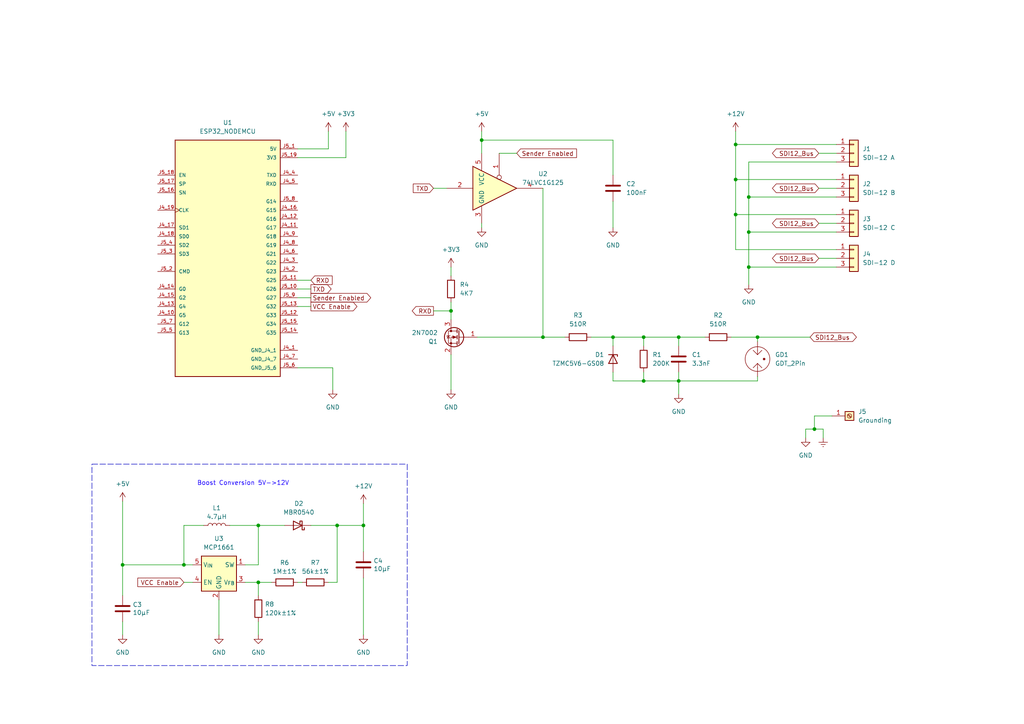
<source format=kicad_sch>
(kicad_sch (version 20230121) (generator eeschema)
  (paper "A4")
  (lib_symbols
    (symbol "74xGxx:74LVC1G125"
      (property "Reference" "U" (at -10.16 7.62 0))
      (property "Value" "74LVC1G125" (at 2.54 -7.62 0))
      (symbol "74LVC1G125_0_1"
        (polyline (pts (xy -7.62 6.35) (xy -7.62 -6.35) (xy 5.08 0) (xy -7.62 6.35)) (stroke (width 0.254)) (fill (type background)))
      )
      (symbol "74LVC1G125_1_1"
        (pin input inverted (at 0 10.16 270) (length 7.62) (name "~") (number "1"))
        (pin input line (at -15.24 0 0) (length 7.62) (name "~") (number "2"))
        (pin power_in line (at -5.08 -10.16 90) (length 5.08) (name "GND") (number "3"))
        (pin tri_state line (at 12.7 0 180) (length 7.62) (name "~") (number "4"))
        (pin power_in line (at -5.08 10.16 270) (length 5.08) (name "VCC") (number "5"))
      )
    )
    (symbol "Connector:Screw_Terminal_01x01" (pin_names (offset 1.016) hide)
      (property "Reference" "J" (at 0 2.54 0))
      (property "Value" "Screw_Terminal_01x01" (at 0 -2.54 0))
      (symbol "Screw_Terminal_01x01_1_1"
        (rectangle (start -1.27 1.27) (end 1.27 -1.27) (stroke (width 0.254)) (fill (type background)))
        (polyline (pts (xy -0.5334 0.3302) (xy 0.3302 -0.508)) (stroke (width 0.1524)))
        (polyline (pts (xy -0.3556 0.508) (xy 0.508 -0.3302)) (stroke (width 0.1524)))
        (circle (center 0 0) (radius 0.635) (stroke (width 0.1524)))
        (pin passive line (at -5.08 0 0) (length 3.81) (name "Pin_1") (number "1"))
      )
    )
    (symbol "Connector_Generic:Conn_01x03" (pin_names (offset 1.016) hide)
      (property "Reference" "J" (at 0 5.08 0))
      (property "Value" "Conn_01x03" (at 0 -5.08 0))
      (symbol "Conn_01x03_1_1"
        (rectangle (start -1.27 -2.413) (end 0 -2.667) (stroke (width 0.1524)))
        (rectangle (start -1.27 0.127) (end 0 -0.127) (stroke (width 0.1524)))
        (rectangle (start -1.27 2.667) (end 0 2.413) (stroke (width 0.1524)))
        (rectangle (start -1.27 3.81) (end 1.27 -3.81) (stroke (width 0.254)) (fill (type background)))
        (pin passive line (at -5.08 2.54 0) (length 3.81) (name "Pin_1") (number "1"))
        (pin passive line (at -5.08 0 0) (length 3.81) (name "Pin_2") (number "2"))
        (pin passive line (at -5.08 -2.54 0) (length 3.81) (name "Pin_3") (number "3"))
      )
    )
    (symbol "Device:C" (pin_numbers hide) (pin_names (offset 0.254))
      (property "Reference" "C" (at 0.635 2.54 0))
      (property "Value" "C" (at 0.635 -2.54 0))
      (symbol "C_0_1"
        (polyline (pts (xy -2.032 -0.762) (xy 2.032 -0.762)) (stroke (width 0.508)))
        (polyline (pts (xy -2.032 0.762) (xy 2.032 0.762)) (stroke (width 0.508)))
      )
      (symbol "C_1_1"
        (pin passive line (at 0 3.81 270) (length 2.794) (name "~") (number "1"))
        (pin passive line (at 0 -3.81 90) (length 2.794) (name "~") (number "2"))
      )
    )
    (symbol "Device:GDT_2Pin" (pin_numbers hide)
      (property "Reference" "GD" (at 5.08 0 90))
      (property "Value" "GDT_2Pin" (at 7.62 0 90))
      (symbol "GDT_2Pin_0_1"
        (polyline (pts (xy 0 -2.54) (xy 0 -1.27)))
        (polyline (pts (xy 0 -1.27) (xy -1.27 -2.54)))
        (polyline (pts (xy 0 -1.27) (xy 1.27 -2.54)))
        (polyline (pts (xy 0 1.27) (xy -1.27 2.54)))
        (polyline (pts (xy 0 1.27) (xy 1.27 2.54)))
        (polyline (pts (xy 0 2.54) (xy 0 1.27)))
        (circle (center 0 0) (radius 3.5814))
        (circle (center 1.905 0) (radius 0.127))
        (circle (center 1.905 0) (radius 0.127))
        (circle (center 1.905 0) (radius 0.2794))
        (circle (center 2.032 0) (radius 0.127))
      )
      (symbol "GDT_2Pin_1_1"
        (pin passive line (at 0 -5.08 90) (length 2.54) (name "~") (number "1"))
        (pin passive line (at 0 5.08 270) (length 2.54) (name "~") (number "3"))
      )
    )
    (symbol "Device:L" (pin_numbers hide) (pin_names (offset 1.016) hide)
      (property "Reference" "L" (at -1.27 0 90))
      (property "Value" "L" (at 1.905 0 90))
      (symbol "L_0_1"
        (arc (start 0 -2.54) (mid 0.6323 -1.905) (end 0 -1.27))
        (arc (start 0 -1.27) (mid 0.6323 -0.635) (end 0 0))
        (arc (start 0 0) (mid 0.6323 0.635) (end 0 1.27))
        (arc (start 0 1.27) (mid 0.6323 1.905) (end 0 2.54))
      )
      (symbol "L_1_1"
        (pin passive line (at 0 3.81 270) (length 1.27) (name "1") (number "1"))
        (pin passive line (at 0 -3.81 90) (length 1.27) (name "2") (number "2"))
      )
    )
    (symbol "Device:R" (pin_numbers hide) (pin_names (offset 0))
      (property "Reference" "R" (at 2.032 0 90))
      (property "Value" "R" (at 0 0 90))
      (symbol "R_0_1"
        (rectangle (start -1.016 -2.54) (end 1.016 2.54) (stroke (width 0.254)))
      )
      (symbol "R_1_1"
        (pin passive line (at 0 3.81 270) (length 1.27) (name "~") (number "1"))
        (pin passive line (at 0 -3.81 90) (length 1.27) (name "~") (number "2"))
      )
    )
    (symbol "Diode:BZV55B5V6" (pin_numbers hide) (pin_names hide)
      (property "Reference" "D" (at 0 2.54 0))
      (property "Value" "BZV55B5V6" (at 0 -2.54 0))
      (symbol "BZV55B5V6_0_1"
        (polyline (pts (xy 1.27 0) (xy -1.27 0)))
        (polyline (pts (xy -1.27 -1.27) (xy -1.27 1.27) (xy -0.762 1.27)) (stroke (width 0.254)))
        (polyline (pts (xy 1.27 -1.27) (xy 1.27 1.27) (xy -1.27 0) (xy 1.27 -1.27)) (stroke (width 0.254)))
      )
      (symbol "BZV55B5V6_1_1"
        (pin passive line (at -3.81 0 0) (length 2.54) (name "K") (number "1"))
        (pin passive line (at 3.81 0 180) (length 2.54) (name "A") (number "2"))
      )
    )
    (symbol "Diode:MBR0540" (pin_numbers hide) (pin_names (offset 1.016) hide)
      (property "Reference" "D" (at 0 2.54 0))
      (property "Value" "MBR0540" (at 0 -2.54 0))
      (symbol "MBR0540_0_1"
        (polyline (pts (xy 1.27 0) (xy -1.27 0)))
        (polyline (pts (xy 1.27 1.27) (xy 1.27 -1.27) (xy -1.27 0) (xy 1.27 1.27)) (stroke (width 0.254)))
        (polyline (pts (xy -1.905 0.635) (xy -1.905 1.27) (xy -1.27 1.27) (xy -1.27 -1.27) (xy -0.635 -1.27) (xy -0.635 -0.635)) (stroke (width 0.254)))
      )
      (symbol "MBR0540_1_1"
        (pin passive line (at -3.81 0 0) (length 2.54) (name "K") (number "1"))
        (pin passive line (at 3.81 0 180) (length 2.54) (name "A") (number "2"))
      )
    )
    (symbol "Driver_LED:MCP1662-xOT"
      (property "Reference" "U" (at -5.08 6.35 0))
      (property "Value" "MCP1662-xOT" (at 8.89 -6.35 0))
      (symbol "MCP1662-xOT_0_1"
        (rectangle (start -5.08 5.08) (end 5.08 -5.08) (stroke (width 0.254)) (fill (type background)))
      )
      (symbol "MCP1662-xOT_1_1"
        (pin power_out line (at 7.62 2.54 180) (length 2.54) (name "SW") (number "1"))
        (pin power_in line (at 0 -7.62 90) (length 2.54) (name "GND") (number "2"))
        (pin input line (at 7.62 -2.54 180) (length 2.54) (name "V_{FB}") (number "3"))
        (pin input line (at -7.62 -2.54 0) (length 2.54) (name "EN") (number "4"))
        (pin power_in line (at -7.62 2.54 0) (length 2.54) (name "V_{IN}") (number "5"))
      )
    )
    (symbol "ESP32_NODEMCU:ESP32_NODEMCU" (pin_names (offset 1.016))
      (property "Reference" "U" (at -15.24 36.322 0))
      (property "Value" "ESP32_NODEMCU" (at -15.24 -35.56 0))
      (symbol "ESP32_NODEMCU_0_0"
        (rectangle (start -15.24 -33.02) (end 15.24 35.56) (stroke (width 0.254)) (fill (type background)))
        (pin power_in line (at 20.32 -25.4 180) (length 5.08) (name "GND_J4_1") (number "J4_1"))
        (pin bidirectional line (at -20.32 -15.24 0) (length 5.08) (name "G5") (number "J4_10"))
        (pin bidirectional line (at 20.32 10.16 180) (length 5.08) (name "G17") (number "J4_11"))
        (pin bidirectional line (at 20.32 12.7 180) (length 5.08) (name "G16") (number "J4_12"))
        (pin bidirectional line (at -20.32 -12.7 0) (length 5.08) (name "G4") (number "J4_13"))
        (pin bidirectional line (at -20.32 -7.62 0) (length 5.08) (name "G0") (number "J4_14"))
        (pin bidirectional line (at -20.32 -10.16 0) (length 5.08) (name "G2") (number "J4_15"))
        (pin bidirectional line (at 20.32 15.24 180) (length 5.08) (name "G15") (number "J4_16"))
        (pin bidirectional line (at -20.32 10.16 0) (length 5.08) (name "SD1") (number "J4_17"))
        (pin bidirectional line (at -20.32 7.62 0) (length 5.08) (name "SD0") (number "J4_18"))
        (pin input clock (at -20.32 15.24 0) (length 5.08) (name "CLK") (number "J4_19"))
        (pin bidirectional line (at 20.32 -2.54 180) (length 5.08) (name "G23") (number "J4_2"))
        (pin bidirectional line (at 20.32 0 180) (length 5.08) (name "G22") (number "J4_3"))
        (pin output line (at 20.32 25.4 180) (length 5.08) (name "TXD") (number "J4_4"))
        (pin input line (at 20.32 22.86 180) (length 5.08) (name "RXD") (number "J4_5"))
        (pin bidirectional line (at 20.32 2.54 180) (length 5.08) (name "G21") (number "J4_6"))
        (pin power_in line (at 20.32 -27.94 180) (length 5.08) (name "GND_J4_7") (number "J4_7"))
        (pin bidirectional line (at 20.32 5.08 180) (length 5.08) (name "G19") (number "J4_8"))
        (pin bidirectional line (at 20.32 7.62 180) (length 5.08) (name "G18") (number "J4_9"))
        (pin power_in line (at 20.32 33.02 180) (length 5.08) (name "5V") (number "J5_1"))
        (pin bidirectional line (at 20.32 -7.62 180) (length 5.08) (name "G26") (number "J5_10"))
        (pin bidirectional line (at 20.32 -5.08 180) (length 5.08) (name "G25") (number "J5_11"))
        (pin bidirectional line (at 20.32 -15.24 180) (length 5.08) (name "G33") (number "J5_12"))
        (pin bidirectional line (at 20.32 -12.7 180) (length 5.08) (name "G32") (number "J5_13"))
        (pin bidirectional line (at 20.32 -20.32 180) (length 5.08) (name "G35") (number "J5_14"))
        (pin bidirectional line (at 20.32 -17.78 180) (length 5.08) (name "G34") (number "J5_15"))
        (pin input line (at -20.32 20.32 0) (length 5.08) (name "SN") (number "J5_16"))
        (pin input line (at -20.32 22.86 0) (length 5.08) (name "SP") (number "J5_17"))
        (pin input line (at -20.32 25.4 0) (length 5.08) (name "EN") (number "J5_18"))
        (pin power_in line (at 20.32 30.48 180) (length 5.08) (name "3V3") (number "J5_19"))
        (pin bidirectional line (at -20.32 -2.54 0) (length 5.08) (name "CMD") (number "J5_2"))
        (pin bidirectional line (at -20.32 2.54 0) (length 5.08) (name "SD3") (number "J5_3"))
        (pin bidirectional line (at -20.32 5.08 0) (length 5.08) (name "SD2") (number "J5_4"))
        (pin bidirectional line (at -20.32 -20.32 0) (length 5.08) (name "G13") (number "J5_5"))
        (pin power_in line (at 20.32 -30.48 180) (length 5.08) (name "GND_J5_6") (number "J5_6"))
        (pin bidirectional line (at -20.32 -17.78 0) (length 5.08) (name "G12") (number "J5_7"))
        (pin bidirectional line (at 20.32 17.78 180) (length 5.08) (name "G14") (number "J5_8"))
        (pin bidirectional line (at 20.32 -10.16 180) (length 5.08) (name "G27") (number "J5_9"))
      )
    )
    (symbol "Transistor_FET:2N7002" (pin_names hide)
      (property "Reference" "Q" (at 5.08 1.905 0))
      (property "Value" "2N7002" (at 5.08 0 0))
      (symbol "2N7002_0_1"
        (polyline (pts (xy 0.254 0) (xy -2.54 0)))
        (polyline (pts (xy 0.254 1.905) (xy 0.254 -1.905)) (stroke (width 0.254)))
        (polyline (pts (xy 0.762 -1.27) (xy 0.762 -2.286)) (stroke (width 0.254)))
        (polyline (pts (xy 0.762 0.508) (xy 0.762 -0.508)) (stroke (width 0.254)))
        (polyline (pts (xy 0.762 2.286) (xy 0.762 1.27)) (stroke (width 0.254)))
        (polyline (pts (xy 2.54 2.54) (xy 2.54 1.778)))
        (polyline (pts (xy 2.54 -2.54) (xy 2.54 0) (xy 0.762 0)))
        (polyline (pts (xy 0.762 -1.778) (xy 3.302 -1.778) (xy 3.302 1.778) (xy 0.762 1.778)))
        (polyline (pts (xy 1.016 0) (xy 2.032 0.381) (xy 2.032 -0.381) (xy 1.016 0)) (fill (type outline)))
        (polyline (pts (xy 2.794 0.508) (xy 2.921 0.381) (xy 3.683 0.381) (xy 3.81 0.254)))
        (polyline (pts (xy 3.302 0.381) (xy 2.921 -0.254) (xy 3.683 -0.254) (xy 3.302 0.381)))
        (circle (center 1.651 0) (radius 2.794) (stroke (width 0.254)))
        (circle (center 2.54 -1.778) (radius 0.254) (fill (type outline)))
        (circle (center 2.54 1.778) (radius 0.254) (fill (type outline)))
      )
      (symbol "2N7002_1_1"
        (pin input line (at -5.08 0 0) (length 2.54) (name "G") (number "1"))
        (pin passive line (at 2.54 -5.08 90) (length 2.54) (name "S") (number "2"))
        (pin passive line (at 2.54 5.08 270) (length 2.54) (name "D") (number "3"))
      )
    )
    (symbol "power:+12V" (power) (pin_names (offset 0))
      (property "Value" "+12V" (at 0 3.556 0))
      (symbol "+12V_0_1"
        (polyline (pts (xy -0.762 1.27) (xy 0 2.54)))
        (polyline (pts (xy 0 0) (xy 0 2.54)))
        (polyline (pts (xy 0 2.54) (xy 0.762 1.27)))
      )
      (symbol "+12V_1_1"
        (pin power_in line (at 0 0 90) (length 0) hide (name "+12V") (number "1"))
      )
    )
    (symbol "power:+3V3" (power) (pin_names (offset 0))
      (property "Value" "+3V3" (at 0 3.556 0))
      (symbol "+3V3_0_1"
        (polyline (pts (xy -0.762 1.27) (xy 0 2.54)))
        (polyline (pts (xy 0 0) (xy 0 2.54)))
        (polyline (pts (xy 0 2.54) (xy 0.762 1.27)))
      )
      (symbol "+3V3_1_1"
        (pin power_in line (at 0 0 90) (length 0) hide (name "+3V3") (number "1"))
      )
    )
    (symbol "power:+5V" (power) (pin_names (offset 0))
      (property "Value" "+5V" (at 0 3.556 0))
      (symbol "+5V_0_1"
        (polyline (pts (xy -0.762 1.27) (xy 0 2.54)))
        (polyline (pts (xy 0 0) (xy 0 2.54)))
        (polyline (pts (xy 0 2.54) (xy 0.762 1.27)))
      )
      (symbol "+5V_1_1"
        (pin power_in line (at 0 0 90) (length 0) hide (name "+5V") (number "1"))
      )
    )
    (symbol "power:Earth" (power) (pin_names (offset 0))
      (symbol "Earth_0_1"
        (polyline (pts (xy -0.635 -1.905) (xy 0.635 -1.905)))
        (polyline (pts (xy -0.127 -2.54) (xy 0.127 -2.54)))
        (polyline (pts (xy 0 -1.27) (xy 0 0)))
        (polyline (pts (xy 1.27 -1.27) (xy -1.27 -1.27)))
      )
      (symbol "Earth_1_1"
        (pin power_in line (at 0 0 270) (length 0) hide (name "Earth") (number "1"))
      )
    )
    (symbol "power:GND" (power) (pin_names (offset 0))
      (property "Value" "GND" (at 0 -3.81 0))
      (symbol "GND_0_1"
        (polyline (pts (xy 0 0) (xy 0 -1.27) (xy 1.27 -1.27) (xy 0 -2.54) (xy -1.27 -1.27) (xy 0 -1.27)))
      )
      (symbol "GND_1_1"
        (pin power_in line (at 0 0 270) (length 0) hide (name "GND") (number "1"))
      )
    )
  )
  (junction (at 35.56 163.83))
  (junction (at 213.36 41.91))
  (junction (at 74.93 152.4))
  (junction (at 217.17 77.47))
  (junction (at 177.8 97.79))
  (junction (at 196.85 97.79))
  (junction (at 186.69 97.79))
  (junction (at 105.41 152.4))
  (junction (at 217.17 57.15))
  (junction (at 196.85 110.49))
  (junction (at 217.17 67.31))
  (junction (at 74.93 168.91))
  (junction (at 219.71 97.79))
  (junction (at 139.7 40.64))
  (junction (at 213.36 52.07))
  (junction (at 236.22 124.46))
  (junction (at 97.79 152.4))
  (junction (at 157.48 97.79))
  (junction (at 186.69 110.49))
  (junction (at 53.34 163.83))
  (junction (at 213.36 62.23))
  (junction (at 130.81 90.17))
  (wire (pts (xy 196.85 110.49) (xy 196.85 114.3)))
  (wire (pts (xy 237.49 74.93) (xy 242.57 74.93)))
  (wire (pts (xy 233.68 124.46) (xy 233.68 127)))
  (wire (pts (xy 86.36 86.36) (xy 90.17 86.36)))
  (wire (pts (xy 242.57 77.47) (xy 217.17 77.47)))
  (wire (pts (xy 242.57 52.07) (xy 213.36 52.07)))
  (wire (pts (xy 177.8 58.42) (xy 177.8 66.04)))
  (wire (pts (xy 236.22 120.65) (xy 236.22 124.46)))
  (wire (pts (xy 213.36 38.1) (xy 213.36 41.91)))
  (wire (pts (xy 130.81 87.63) (xy 130.81 90.17)))
  (wire (pts (xy 53.34 152.4) (xy 53.34 163.83)))
  (wire (pts (xy 86.36 81.28) (xy 90.17 81.28)))
  (wire (pts (xy 171.45 97.79) (xy 177.8 97.79)))
  (wire (pts (xy 186.69 97.79) (xy 196.85 97.79)))
  (wire (pts (xy 186.69 107.95) (xy 186.69 110.49)))
  (wire (pts (xy 71.12 168.91) (xy 74.93 168.91)))
  (wire (pts (xy 219.71 97.79) (xy 219.71 99.06)))
  (wire (pts (xy 96.52 113.03) (xy 96.52 106.68)))
  (wire (pts (xy 213.36 41.91) (xy 242.57 41.91)))
  (wire (pts (xy 217.17 57.15) (xy 217.17 67.31)))
  (wire (pts (xy 74.93 168.91) (xy 78.74 168.91)))
  (wire (pts (xy 186.69 97.79) (xy 186.69 100.33)))
  (wire (pts (xy 86.36 83.82) (xy 90.17 83.82)))
  (wire (pts (xy 105.41 146.05) (xy 105.41 152.4)))
  (wire (pts (xy 213.36 62.23) (xy 213.36 52.07)))
  (wire (pts (xy 66.675 152.4) (xy 74.93 152.4)))
  (wire (pts (xy 130.81 77.47) (xy 130.81 80.01)))
  (wire (pts (xy 139.7 40.64) (xy 177.8 40.64)))
  (wire (pts (xy 138.43 97.79) (xy 157.48 97.79)))
  (wire (pts (xy 238.76 124.46) (xy 238.76 127)))
  (wire (pts (xy 241.3 120.65) (xy 236.22 120.65)))
  (wire (pts (xy 177.8 97.79) (xy 177.8 100.33)))
  (wire (pts (xy 157.48 54.61) (xy 157.48 97.79)))
  (wire (pts (xy 59.055 152.4) (xy 53.34 152.4)))
  (wire (pts (xy 212.09 97.79) (xy 219.71 97.79)))
  (wire (pts (xy 237.49 44.45) (xy 242.57 44.45)))
  (wire (pts (xy 35.56 172.72) (xy 35.56 163.83)))
  (wire (pts (xy 130.81 102.87) (xy 130.81 113.03)))
  (wire (pts (xy 100.33 45.72) (xy 86.36 45.72)))
  (wire (pts (xy 95.25 43.18) (xy 86.36 43.18)))
  (wire (pts (xy 177.8 40.64) (xy 177.8 50.8)))
  (wire (pts (xy 219.71 97.79) (xy 234.95 97.79)))
  (wire (pts (xy 242.57 72.39) (xy 213.36 72.39)))
  (wire (pts (xy 233.68 124.46) (xy 236.22 124.46)))
  (wire (pts (xy 95.25 168.91) (xy 97.79 168.91)))
  (wire (pts (xy 35.56 145.415) (xy 35.56 163.83)))
  (wire (pts (xy 71.12 163.83) (xy 74.93 163.83)))
  (wire (pts (xy 130.81 90.17) (xy 130.81 92.71)))
  (wire (pts (xy 177.8 97.79) (xy 186.69 97.79)))
  (wire (pts (xy 63.5 173.99) (xy 63.5 184.15)))
  (wire (pts (xy 100.33 38.1) (xy 100.33 45.72)))
  (wire (pts (xy 53.34 168.91) (xy 55.88 168.91)))
  (wire (pts (xy 97.79 152.4) (xy 105.41 152.4)))
  (wire (pts (xy 86.36 88.9) (xy 90.17 88.9)))
  (wire (pts (xy 242.57 46.99) (xy 217.17 46.99)))
  (wire (pts (xy 90.17 152.4) (xy 97.79 152.4)))
  (wire (pts (xy 97.79 152.4) (xy 97.79 168.91)))
  (wire (pts (xy 139.7 64.77) (xy 139.7 66.04)))
  (wire (pts (xy 242.57 57.15) (xy 217.17 57.15)))
  (wire (pts (xy 242.57 62.23) (xy 213.36 62.23)))
  (wire (pts (xy 213.36 52.07) (xy 213.36 41.91)))
  (wire (pts (xy 213.36 72.39) (xy 213.36 62.23)))
  (wire (pts (xy 177.8 107.95) (xy 177.8 110.49)))
  (wire (pts (xy 86.36 168.91) (xy 87.63 168.91)))
  (wire (pts (xy 144.78 44.45) (xy 149.86 44.45)))
  (wire (pts (xy 105.41 152.4) (xy 105.41 160.02)))
  (wire (pts (xy 177.8 110.49) (xy 186.69 110.49)))
  (wire (pts (xy 53.34 163.83) (xy 55.88 163.83)))
  (wire (pts (xy 237.49 64.77) (xy 242.57 64.77)))
  (wire (pts (xy 74.93 180.34) (xy 74.93 184.15)))
  (wire (pts (xy 35.56 163.83) (xy 53.34 163.83)))
  (wire (pts (xy 196.85 97.79) (xy 204.47 97.79)))
  (wire (pts (xy 139.7 40.64) (xy 139.7 44.45)))
  (wire (pts (xy 237.49 54.61) (xy 242.57 54.61)))
  (wire (pts (xy 186.69 110.49) (xy 196.85 110.49)))
  (wire (pts (xy 196.85 97.79) (xy 196.85 100.33)))
  (wire (pts (xy 217.17 67.31) (xy 217.17 77.47)))
  (wire (pts (xy 196.85 110.49) (xy 219.71 110.49)))
  (wire (pts (xy 217.17 46.99) (xy 217.17 57.15)))
  (wire (pts (xy 125.73 54.61) (xy 129.54 54.61)))
  (wire (pts (xy 242.57 67.31) (xy 217.17 67.31)))
  (wire (pts (xy 74.93 152.4) (xy 82.55 152.4)))
  (wire (pts (xy 95.25 38.1) (xy 95.25 43.18)))
  (wire (pts (xy 139.7 38.1) (xy 139.7 40.64)))
  (wire (pts (xy 217.17 77.47) (xy 217.17 82.55)))
  (wire (pts (xy 196.85 107.95) (xy 196.85 110.49)))
  (wire (pts (xy 219.71 110.49) (xy 219.71 109.22)))
  (wire (pts (xy 157.48 97.79) (xy 163.83 97.79)))
  (wire (pts (xy 35.56 180.34) (xy 35.56 184.15)))
  (wire (pts (xy 96.52 106.68) (xy 86.36 106.68)))
  (wire (pts (xy 125.73 90.17) (xy 130.81 90.17)))
  (wire (pts (xy 74.93 168.91) (xy 74.93 172.72)))
  (wire (pts (xy 236.22 124.46) (xy 238.76 124.46)))
  (wire (pts (xy 74.93 163.83) (xy 74.93 152.4)))
  (wire (pts (xy 105.41 167.64) (xy 105.41 184.15)))
  (rectangle (start 26.67 134.62) (end 118.11 193.04) (stroke (width 0) (type dash)))
  (rectangle (start 26.67 135.89) (end 26.67 135.89))
  (text "Boost Conversion 5V->12V" (at 57.15 140.97 0) (effects (font (size 1.27 1.27)) (justify left bottom)))
  (global_label "Sender Enabled" (shape output) (at 90.17 86.36 0) (property "Intersheetrefs" "${INTERSHEET_REFS}" (effects hide)))
  (global_label "VCC Enable" (shape output) (at 90.17 88.9 0) (property "Intersheetrefs" "${INTERSHEET_REFS}" (effects hide)))
  (global_label "RXD" (shape output) (at 125.73 90.17 180) (property "Intersheetrefs" "${INTERSHEET_REFS}" (effects hide)))
  (global_label "SDI12_Bus" (shape bidirectional) (at 234.95 97.79 0) (property "Intersheetrefs" "${INTERSHEET_REFS}" (effects hide)))
  (global_label "VCC Enable" (shape input) (at 53.34 168.91 180) (property "Intersheetrefs" "${INTERSHEET_REFS}" (effects hide)))
  (global_label "SDI12_Bus" (shape bidirectional) (at 237.49 64.77 180) (property "Intersheetrefs" "${INTERSHEET_REFS}" (effects hide)))
  (global_label "TXD" (shape input) (at 125.73 54.61 180) (property "Intersheetrefs" "${INTERSHEET_REFS}" (effects hide)))
  (global_label "SDI12_Bus" (shape bidirectional) (at 237.49 54.61 180) (property "Intersheetrefs" "${INTERSHEET_REFS}" (effects hide)))
  (global_label "Sender Enabled" (shape input) (at 149.86 44.45 0) (property "Intersheetrefs" "${INTERSHEET_REFS}" (effects hide)))
  (global_label "RXD" (shape input) (at 90.17 81.28 0) (property "Intersheetrefs" "${INTERSHEET_REFS}" (effects hide)))
  (global_label "TXD" (shape output) (at 90.17 83.82 0) (property "Intersheetrefs" "${INTERSHEET_REFS}" (effects hide)))
  (global_label "SDI12_Bus" (shape bidirectional) (at 237.49 74.93 180) (property "Intersheetrefs" "${INTERSHEET_REFS}" (effects hide)))
  (global_label "SDI12_Bus" (shape bidirectional) (at 237.49 44.45 180) (property "Intersheetrefs" "${INTERSHEET_REFS}" (effects hide)))
  (symbol (lib_id "Device:R") (at 167.64 97.79 90) (unit 1)
    (property "Reference" "R3" (at 167.64 91.44 90))
    (property "Value" "510R" (at 167.64 93.98 90))
    (property "Footprint" "Resistor_SMD:R_0805_2012Metric_Pad1.20x1.40mm_HandSolder" (effects hide))
  )
  (symbol (lib_id "Driver_LED:MCP1662-xOT") (at 63.5 166.37 0) (unit 1)
    (property "Reference" "U3" (at 63.5 156.21 0))
    (property "Value" "MCP1661" (at 63.5 158.75 0))
    (property "Footprint" "Package_TO_SOT_SMD:SOT-23-5" (effects hide))
    (property "Datasheet" "https://ww1.microchip.com/downloads/en/DeviceDoc/20005316E.pdf" (effects hide))
  )
  (symbol (lib_id "Connector_Generic:Conn_01x03") (at 247.65 74.93 0) (unit 1)
    (property "Reference" "J4" (at 250.19 73.66 0) (effects (justify left)))
    (property "Value" "SDI-12 D" (at 250.19 76.2 0) (effects (justify left)))
    (property "Footprint" "Fraxinas-kicad:Phoenix Contact SPTA 1 3 3,5 1752227" (effects hide))
  )
  (symbol (lib_id "74xGxx:74LVC1G125") (at 144.78 54.61 0) (unit 1)
    (property "Reference" "U2" (at 157.48 50.4191 0))
    (property "Value" "74LVC1G125" (at 157.48 52.9591 0))
    (property "Footprint" "Package_TO_SOT_SMD:SOT-23-5_HandSoldering" (effects hide))
    (property "Datasheet" "https://www.ti.com/lit/ds/symlink/sn74lvc1g125.pdf" (effects hide))
  )
  (symbol (lib_id "power:GND") (at 74.93 184.15 0) (unit 1)
    (property "Reference" "#PWR013" (effects hide))
    (property "Value" "GND" (at 74.93 189.23 0))
  )
  (symbol (lib_id "power:GND") (at 196.85 114.3 0) (unit 1)
    (property "Reference" "#PWR09" (effects hide))
    (property "Value" "GND" (at 196.85 119.38 0))
  )
  (symbol (lib_id "Connector_Generic:Conn_01x03") (at 247.65 44.45 0) (unit 1)
    (property "Reference" "J1" (at 250.19 43.18 0) (effects (justify left)))
    (property "Value" "SDI-12 A" (at 250.19 45.72 0) (effects (justify left)))
    (property "Footprint" "Fraxinas-kicad:Phoenix Contact SPTA 1 3 3,5 1752227" (effects hide))
  )
  (symbol (lib_id "power:+3V3") (at 100.33 38.1 0) (unit 1)
    (property "Reference" "#PWR02" (effects hide))
    (property "Value" "+3V3" (at 100.33 33.02 0))
  )
  (symbol (lib_id "power:+3V3") (at 130.81 77.47 0) (unit 1)
    (property "Reference" "#PWR05" (effects hide))
    (property "Value" "+3V3" (at 130.81 72.39 0))
  )
  (symbol (lib_id "Connector_Generic:Conn_01x03") (at 247.65 64.77 0) (unit 1)
    (property "Reference" "J3" (at 250.19 63.5 0) (effects (justify left)))
    (property "Value" "SDI-12 C" (at 250.19 66.04 0) (effects (justify left)))
    (property "Footprint" "Fraxinas-kicad:Phoenix Contact SPTA 1 3 3,5 1752227" (effects hide))
  )
  (symbol (lib_id "Device:R") (at 74.93 176.53 0) (unit 1)
    (property "Reference" "R8" (at 76.835 175.26 0) (effects (justify left)))
    (property "Value" "120k±1%" (at 76.835 177.8 0) (effects (justify left)))
    (property "Footprint" "Resistor_SMD:R_0805_2012Metric_Pad1.20x1.40mm_HandSolder" (effects hide))
  )
  (symbol (lib_id "Device:C") (at 35.56 176.53 0) (unit 1)
    (property "Reference" "C3" (at 38.481 175.3616 0) (effects (justify left)))
    (property "Value" "10µF" (at 38.481 177.673 0) (effects (justify left)))
    (property "Footprint" "Capacitor_SMD:C_0805_2012Metric_Pad1.18x1.45mm_HandSolder" (effects hide))
  )
  (symbol (lib_id "Device:L") (at 62.865 152.4 90) (unit 1)
    (property "Reference" "L1" (at 62.865 147.32 90))
    (property "Value" "4.7µH" (at 62.865 149.86 90))
    (property "Footprint" "Inductor_SMD:L_1008_2520Metric_Pad1.43x2.20mm_HandSolder" (effects hide))
  )
  (symbol (lib_id "Device:GDT_2Pin") (at 219.71 104.14 0) (unit 1)
    (property "Reference" "GD1" (at 224.79 102.87 0) (effects (justify left)))
    (property "Value" "GDT_2Pin" (at 224.79 105.41 0) (effects (justify left)))
    (property "Footprint" "Diode_THT:D_P600_R-6_P12.70mm_Horizontal" (effects hide))
  )
  (symbol (lib_id "power:GND") (at 139.7 66.04 0) (unit 1)
    (property "Reference" "#PWR08" (effects hide))
    (property "Value" "GND" (at 139.7 71.12 0))
  )
  (symbol (lib_id "Device:C") (at 105.41 163.83 0) (unit 1)
    (property "Reference" "C4" (at 108.331 162.6616 0) (effects (justify left)))
    (property "Value" "10µF" (at 108.331 164.973 0) (effects (justify left)))
    (property "Footprint" "Capacitor_SMD:C_0805_2012Metric_Pad1.18x1.45mm_HandSolder" (effects hide))
  )
  (symbol (lib_id "Device:R") (at 91.44 168.91 270) (unit 1)
    (property "Reference" "R7" (at 91.44 163.195 90))
    (property "Value" "56k±1%" (at 91.44 165.735 90))
    (property "Footprint" "Resistor_SMD:R_0805_2012Metric_Pad1.20x1.40mm_HandSolder" (effects hide))
  )
  (symbol (lib_id "Device:R") (at 130.81 83.82 0) (unit 1)
    (property "Reference" "R4" (at 133.35 82.55 0) (effects (justify left)))
    (property "Value" "4K7" (at 133.35 85.09 0) (effects (justify left)))
    (property "Footprint" "Resistor_SMD:R_0805_2012Metric_Pad1.20x1.40mm_HandSolder" (effects hide))
  )
  (symbol (lib_id "Device:C") (at 177.8 54.61 0) (unit 1)
    (property "Reference" "C2" (at 181.61 53.34 0) (effects (justify left)))
    (property "Value" "100nF" (at 181.61 55.88 0) (effects (justify left)))
    (property "Footprint" "Capacitor_SMD:C_0805_2012Metric_Pad1.18x1.45mm_HandSolder" (effects hide))
  )
  (symbol (lib_id "Device:R") (at 82.55 168.91 270) (unit 1)
    (property "Reference" "R6" (at 82.55 163.195 90))
    (property "Value" "1M±1%" (at 82.55 165.735 90))
    (property "Footprint" "Resistor_SMD:R_0805_2012Metric_Pad1.20x1.40mm_HandSolder" (effects hide))
  )
  (symbol (lib_id "Connector:Screw_Terminal_01x01") (at 246.38 120.65 0) (unit 1)
    (property "Reference" "J5" (at 248.92 119.38 0) (effects (justify left)))
    (property "Value" "Grounding" (at 248.92 121.92 0) (effects (justify left)))
    (property "Footprint" "MountingHole:MountingHole_4.3mm_M4_ISO7380_Pad_TopBottom" (effects hide))
  )
  (symbol (lib_id "power:+5V") (at 139.7 38.1 0) (unit 1)
    (property "Reference" "#PWR06" (effects hide))
    (property "Value" "+5V" (at 139.7 33.02 0))
  )
  (symbol (lib_id "ESP32_NODEMCU:ESP32_NODEMCU") (at 66.04 76.2 0) (unit 1)
    (property "Reference" "U1" (at 66.04 35.56 0))
    (property "Value" "ESP32_NODEMCU" (at 66.04 38.1 0))
    (property "Footprint" "Fraxinas-kicad:MODULE_ESP32_NODEMCU" (effects hide))
    (property "MF" "Espressif Systems" (effects hide))
    (property "MAXIMUM_PACKAGE_HEIGHT" "6.6 mm" (effects hide))
    (property "Package" "Package" (effects hide))
    (property "Price" "None" (effects hide))
    (property "Check_prices" "https://www.snapeda.com/parts/ESP32%20NodeMCU/Espressif+Systems/view-part/?ref=eda" (effects hide))
    (property "STANDARD" "Manufacturer Recommendations" (effects hide))
    (property "SnapEDA_Link" "https://www.snapeda.com/parts/ESP32%20NodeMCU/Espressif+Systems/view-part/?ref=snap" (effects hide))
    (property "MP" "ESP32 NodeMCU" (effects hide))
    (property "Description" "\nNodeMCU is an open source loT platform. ESP32 is a series of low cost, low power\nsystem-on-chip (SoC) microcontrollers with integrated Wi-Fi & dual-mode Bluetooth.\n" (effects hide))
    (property "Availability" "Not in stock" (effects hide))
    (property "MANUFACTURER" "Espressif" (effects hide))
  )
  (symbol (lib_id "power:GND") (at 233.68 127 0) (unit 1)
    (property "Reference" "#PWR019" (effects hide))
    (property "Value" "GND" (at 233.68 132.08 0))
  )
  (symbol (lib_id "Connector_Generic:Conn_01x03") (at 247.65 54.61 0) (unit 1)
    (property "Reference" "J2" (at 250.19 53.34 0) (effects (justify left)))
    (property "Value" "SDI-12 B" (at 250.19 55.88 0) (effects (justify left)))
    (property "Footprint" "Fraxinas-kicad:Phoenix Contact SPTA 1 3 3,5 1752227" (effects hide))
  )
  (symbol (lib_id "power:GND") (at 217.17 82.55 0) (unit 1)
    (property "Reference" "#PWR017" (effects hide))
    (property "Value" "GND" (at 217.17 87.63 0))
  )
  (symbol (lib_id "Transistor_FET:2N7002") (at 133.35 97.79 0) (mirror y) (unit 1)
    (property "Reference" "Q1" (at 127 99.06 0) (effects (justify left)))
    (property "Value" "2N7002" (at 127 96.52 0) (effects (justify left)))
    (property "Footprint" "Package_TO_SOT_SMD:SOT-23" (effects hide))
    (property "Datasheet" "https://www.onsemi.com/pub/Collateral/NDS7002A-D.PDF" (effects hide))
  )
  (symbol (lib_id "power:GND") (at 96.52 113.03 0) (unit 1)
    (property "Reference" "#PWR03" (effects hide))
    (property "Value" "GND" (at 96.52 118.11 0))
  )
  (symbol (lib_id "Device:C") (at 196.85 104.14 0) (unit 1)
    (property "Reference" "C1" (at 200.66 102.87 0) (effects (justify left)))
    (property "Value" "3.3nF" (at 200.66 105.41 0) (effects (justify left)))
    (property "Footprint" "Capacitor_SMD:C_0805_2012Metric_Pad1.18x1.45mm_HandSolder" (effects hide))
  )
  (symbol (lib_id "Device:R") (at 186.69 104.14 0) (unit 1)
    (property "Reference" "R1" (at 189.23 102.87 0) (effects (justify left)))
    (property "Value" "200K" (at 189.23 105.41 0) (effects (justify left)))
    (property "Footprint" "Resistor_SMD:R_0805_2012Metric_Pad1.20x1.40mm_HandSolder" (effects hide))
  )
  (symbol (lib_id "Device:R") (at 208.28 97.79 90) (unit 1)
    (property "Reference" "R2" (at 208.28 91.44 90))
    (property "Value" "510R" (at 208.28 93.98 90))
    (property "Footprint" "Resistor_SMD:R_0805_2012Metric_Pad1.20x1.40mm_HandSolder" (effects hide))
  )
  (symbol (lib_id "power:GND") (at 63.5 184.15 0) (unit 1)
    (property "Reference" "#PWR015" (effects hide))
    (property "Value" "GND" (at 63.5 189.23 0))
  )
  (symbol (lib_id "Diode:MBR0540") (at 86.36 152.4 180) (unit 1)
    (property "Reference" "D2" (at 86.6775 146.05 0))
    (property "Value" "MBR0540" (at 86.6775 148.59 0))
    (property "Footprint" "Diode_SMD:D_SOD-123" (effects hide))
    (property "Datasheet" "http://www.mccsemi.com/up_pdf/MBR0520~MBR0580(SOD123).pdf" (effects hide))
  )
  (symbol (lib_id "power:+5V") (at 35.56 145.415 0) (unit 1)
    (property "Reference" "#PWR010" (effects hide))
    (property "Value" "+5V" (at 35.56 140.335 0))
  )
  (symbol (lib_id "power:GND") (at 35.56 184.15 0) (unit 1)
    (property "Reference" "#PWR012" (effects hide))
    (property "Value" "GND" (at 35.56 189.23 0))
  )
  (symbol (lib_id "power:GND") (at 177.8 66.04 0) (unit 1)
    (property "Reference" "#PWR07" (effects hide))
    (property "Value" "GND" (at 177.8 71.12 0))
  )
  (symbol (lib_id "power:+5V") (at 95.25 38.1 0) (unit 1)
    (property "Reference" "#PWR01" (effects hide))
    (property "Value" "+5V" (at 95.25 33.02 0))
  )
  (symbol (lib_id "Diode:BZV55B5V6") (at 177.8 104.14 270) (unit 1)
    (property "Reference" "D1" (at 175.26 102.87 90) (effects (justify right)))
    (property "Value" "TZMC5V6-GS08" (at 175.26 105.41 90) (effects (justify right)))
    (property "Footprint" "Diode_SMD:D_MiniMELF" (effects hide))
    (property "Datasheet" "https://www.vishay.com/docs/84122/tzm.pdf" (effects hide))
  )
  (symbol (lib_id "power:+12V") (at 105.41 146.05 0) (unit 1)
    (property "Reference" "#PWR011" (effects hide))
    (property "Value" "+12V" (at 105.41 140.97 0))
  )
  (symbol (lib_id "power:+12V") (at 213.36 38.1 0) (unit 1)
    (property "Reference" "#PWR016" (effects hide))
    (property "Value" "+12V" (at 213.36 33.02 0))
  )
  (symbol (lib_id "power:GND") (at 130.81 113.03 0) (unit 1)
    (property "Reference" "#PWR04" (effects hide))
    (property "Value" "GND" (at 130.81 118.11 0))
  )
  (symbol (lib_id "power:GND") (at 105.41 184.15 0) (unit 1)
    (property "Reference" "#PWR014" (effects hide))
    (property "Value" "GND" (at 105.41 189.23 0))
  )
  (symbol (lib_id "power:Earth") (at 238.76 127 0) (unit 1)
    (property "Reference" "#PWR018" (effects hide))
    (property "Value" "Earth" (effects hide))
  )
)
</source>
